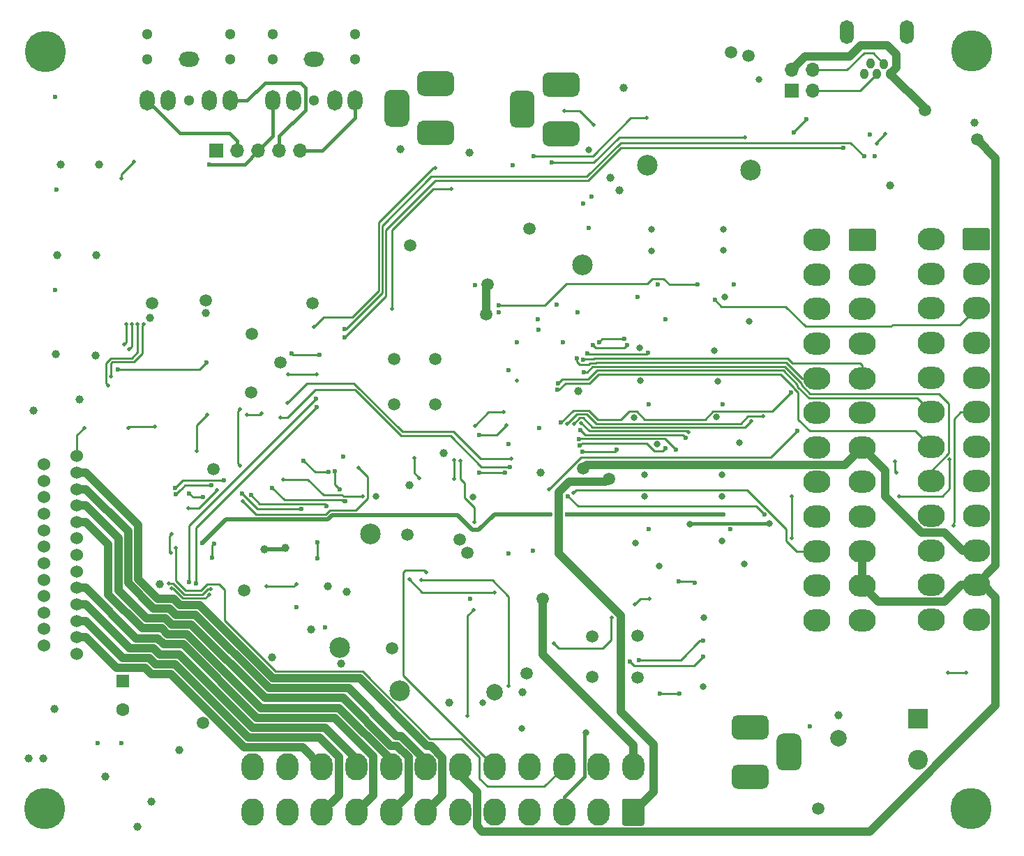
<source format=gbr>
G04 #@! TF.GenerationSoftware,KiCad,Pcbnew,5.1.7-a382d34a8~88~ubuntu20.04.1*
G04 #@! TF.CreationDate,2020-12-13T14:38:39-06:00*
G04 #@! TF.ProjectId,open-dash-daughterboard,6f70656e-2d64-4617-9368-2d6461756768,rev?*
G04 #@! TF.SameCoordinates,Original*
G04 #@! TF.FileFunction,Copper,L4,Bot*
G04 #@! TF.FilePolarity,Positive*
%FSLAX46Y46*%
G04 Gerber Fmt 4.6, Leading zero omitted, Abs format (unit mm)*
G04 Created by KiCad (PCBNEW 5.1.7-a382d34a8~88~ubuntu20.04.1) date 2020-12-13 14:38:39*
%MOMM*%
%LPD*%
G01*
G04 APERTURE LIST*
G04 #@! TA.AperFunction,ComponentPad*
%ADD10O,1.700000X1.700000*%
G04 #@! TD*
G04 #@! TA.AperFunction,ComponentPad*
%ADD11R,1.700000X1.700000*%
G04 #@! TD*
G04 #@! TA.AperFunction,ComponentPad*
%ADD12R,2.400000X2.400000*%
G04 #@! TD*
G04 #@! TA.AperFunction,ComponentPad*
%ADD13C,2.400000*%
G04 #@! TD*
G04 #@! TA.AperFunction,ComponentPad*
%ADD14R,1.600000X1.600000*%
G04 #@! TD*
G04 #@! TA.AperFunction,ComponentPad*
%ADD15C,1.600000*%
G04 #@! TD*
G04 #@! TA.AperFunction,ComponentPad*
%ADD16O,3.300000X2.700000*%
G04 #@! TD*
G04 #@! TA.AperFunction,ComponentPad*
%ADD17C,1.300000*%
G04 #@! TD*
G04 #@! TA.AperFunction,ComponentPad*
%ADD18O,2.500000X1.800000*%
G04 #@! TD*
G04 #@! TA.AperFunction,ComponentPad*
%ADD19O,1.800000X2.500000*%
G04 #@! TD*
G04 #@! TA.AperFunction,ComponentPad*
%ADD20O,1.700000X2.900000*%
G04 #@! TD*
G04 #@! TA.AperFunction,ComponentPad*
%ADD21O,1.000000X1.300000*%
G04 #@! TD*
G04 #@! TA.AperFunction,ComponentPad*
%ADD22C,1.524000*%
G04 #@! TD*
G04 #@! TA.AperFunction,ComponentPad*
%ADD23O,2.700000X3.300000*%
G04 #@! TD*
G04 #@! TA.AperFunction,WasherPad*
%ADD24C,5.000000*%
G04 #@! TD*
G04 #@! TA.AperFunction,ViaPad*
%ADD25C,0.600000*%
G04 #@! TD*
G04 #@! TA.AperFunction,ViaPad*
%ADD26C,1.000000*%
G04 #@! TD*
G04 #@! TA.AperFunction,ViaPad*
%ADD27C,2.000000*%
G04 #@! TD*
G04 #@! TA.AperFunction,ViaPad*
%ADD28C,1.500000*%
G04 #@! TD*
G04 #@! TA.AperFunction,ViaPad*
%ADD29C,0.800000*%
G04 #@! TD*
G04 #@! TA.AperFunction,ViaPad*
%ADD30C,2.500000*%
G04 #@! TD*
G04 #@! TA.AperFunction,ViaPad*
%ADD31C,0.500000*%
G04 #@! TD*
G04 #@! TA.AperFunction,Conductor*
%ADD32C,0.500000*%
G04 #@! TD*
G04 #@! TA.AperFunction,Conductor*
%ADD33C,1.000000*%
G04 #@! TD*
G04 #@! TA.AperFunction,Conductor*
%ADD34C,0.250000*%
G04 #@! TD*
G04 #@! TA.AperFunction,Conductor*
%ADD35C,0.400000*%
G04 #@! TD*
G04 APERTURE END LIST*
D10*
X185240000Y-51060000D03*
X185240000Y-53600000D03*
X182700000Y-51060000D03*
D11*
X182700000Y-53600000D03*
D12*
X198100000Y-129850000D03*
D13*
X198100000Y-134850000D03*
D14*
X101550000Y-125250000D03*
D15*
X101550000Y-128750000D03*
G04 #@! TA.AperFunction,ComponentPad*
G36*
G01*
X203748401Y-70260600D02*
X206548399Y-70260600D01*
G75*
G02*
X206798400Y-70510601I0J-250001D01*
G01*
X206798400Y-72710599D01*
G75*
G02*
X206548399Y-72960600I-250001J0D01*
G01*
X203748401Y-72960600D01*
G75*
G02*
X203498400Y-72710599I0J250001D01*
G01*
X203498400Y-70510601D01*
G75*
G02*
X203748401Y-70260600I250001J0D01*
G01*
G37*
G04 #@! TD.AperFunction*
D16*
X205148400Y-75810600D03*
X205148400Y-80010600D03*
X205148400Y-84210600D03*
X205148400Y-88410600D03*
X205148400Y-92610600D03*
X205148400Y-96810600D03*
X205148400Y-101010600D03*
X205148400Y-105210600D03*
X205148400Y-109410600D03*
X205148400Y-113610600D03*
X205148400Y-117810600D03*
X199648400Y-71610600D03*
X199648400Y-75810600D03*
X199648400Y-80010600D03*
X199648400Y-84210600D03*
X199648400Y-88410600D03*
X199648400Y-92610600D03*
X199648400Y-96810600D03*
X199648400Y-101010600D03*
X199648400Y-105210600D03*
X199648400Y-109410600D03*
X199648400Y-113610600D03*
X199648400Y-117810600D03*
G04 #@! TA.AperFunction,ComponentPad*
G36*
G01*
X183150000Y-136150000D02*
X181650000Y-136150000D01*
G75*
G02*
X180900000Y-135400000I0J750000D01*
G01*
X180900000Y-132400000D01*
G75*
G02*
X181650000Y-131650000I750000J0D01*
G01*
X183150000Y-131650000D01*
G75*
G02*
X183900000Y-132400000I0J-750000D01*
G01*
X183900000Y-135400000D01*
G75*
G02*
X183150000Y-136150000I-750000J0D01*
G01*
G37*
G04 #@! TD.AperFunction*
G04 #@! TA.AperFunction,ComponentPad*
G36*
G01*
X179200000Y-138400000D02*
X176200000Y-138400000D01*
G75*
G02*
X175450000Y-137650000I0J750000D01*
G01*
X175450000Y-136150000D01*
G75*
G02*
X176200000Y-135400000I750000J0D01*
G01*
X179200000Y-135400000D01*
G75*
G02*
X179950000Y-136150000I0J-750000D01*
G01*
X179950000Y-137650000D01*
G75*
G02*
X179200000Y-138400000I-750000J0D01*
G01*
G37*
G04 #@! TD.AperFunction*
G04 #@! TA.AperFunction,ComponentPad*
G36*
G01*
X179200000Y-132400000D02*
X176200000Y-132400000D01*
G75*
G02*
X175450000Y-131650000I0J750000D01*
G01*
X175450000Y-130150000D01*
G75*
G02*
X176200000Y-129400000I750000J0D01*
G01*
X179200000Y-129400000D01*
G75*
G02*
X179950000Y-130150000I0J-750000D01*
G01*
X179950000Y-131650000D01*
G75*
G02*
X179200000Y-132400000I-750000J0D01*
G01*
G37*
G04 #@! TD.AperFunction*
G04 #@! TA.AperFunction,ComponentPad*
G36*
G01*
X138000000Y-57200000D02*
X141000000Y-57200000D01*
G75*
G02*
X141750000Y-57950000I0J-750000D01*
G01*
X141750000Y-59450000D01*
G75*
G02*
X141000000Y-60200000I-750000J0D01*
G01*
X138000000Y-60200000D01*
G75*
G02*
X137250000Y-59450000I0J750000D01*
G01*
X137250000Y-57950000D01*
G75*
G02*
X138000000Y-57200000I750000J0D01*
G01*
G37*
G04 #@! TD.AperFunction*
G04 #@! TA.AperFunction,ComponentPad*
G36*
G01*
X138000000Y-51200000D02*
X141000000Y-51200000D01*
G75*
G02*
X141750000Y-51950000I0J-750000D01*
G01*
X141750000Y-53450000D01*
G75*
G02*
X141000000Y-54200000I-750000J0D01*
G01*
X138000000Y-54200000D01*
G75*
G02*
X137250000Y-53450000I0J750000D01*
G01*
X137250000Y-51950000D01*
G75*
G02*
X138000000Y-51200000I750000J0D01*
G01*
G37*
G04 #@! TD.AperFunction*
G04 #@! TA.AperFunction,ComponentPad*
G36*
G01*
X134050000Y-53450000D02*
X135550000Y-53450000D01*
G75*
G02*
X136300000Y-54200000I0J-750000D01*
G01*
X136300000Y-57200000D01*
G75*
G02*
X135550000Y-57950000I-750000J0D01*
G01*
X134050000Y-57950000D01*
G75*
G02*
X133300000Y-57200000I0J750000D01*
G01*
X133300000Y-54200000D01*
G75*
G02*
X134050000Y-53450000I750000J0D01*
G01*
G37*
G04 #@! TD.AperFunction*
G04 #@! TA.AperFunction,ComponentPad*
G36*
G01*
X149276000Y-53578000D02*
X150776000Y-53578000D01*
G75*
G02*
X151526000Y-54328000I0J-750000D01*
G01*
X151526000Y-57328000D01*
G75*
G02*
X150776000Y-58078000I-750000J0D01*
G01*
X149276000Y-58078000D01*
G75*
G02*
X148526000Y-57328000I0J750000D01*
G01*
X148526000Y-54328000D01*
G75*
G02*
X149276000Y-53578000I750000J0D01*
G01*
G37*
G04 #@! TD.AperFunction*
G04 #@! TA.AperFunction,ComponentPad*
G36*
G01*
X153226000Y-51328000D02*
X156226000Y-51328000D01*
G75*
G02*
X156976000Y-52078000I0J-750000D01*
G01*
X156976000Y-53578000D01*
G75*
G02*
X156226000Y-54328000I-750000J0D01*
G01*
X153226000Y-54328000D01*
G75*
G02*
X152476000Y-53578000I0J750000D01*
G01*
X152476000Y-52078000D01*
G75*
G02*
X153226000Y-51328000I750000J0D01*
G01*
G37*
G04 #@! TD.AperFunction*
G04 #@! TA.AperFunction,ComponentPad*
G36*
G01*
X153226000Y-57328000D02*
X156226000Y-57328000D01*
G75*
G02*
X156976000Y-58078000I0J-750000D01*
G01*
X156976000Y-59578000D01*
G75*
G02*
X156226000Y-60328000I-750000J0D01*
G01*
X153226000Y-60328000D01*
G75*
G02*
X152476000Y-59578000I0J750000D01*
G01*
X152476000Y-58078000D01*
G75*
G02*
X153226000Y-57328000I750000J0D01*
G01*
G37*
G04 #@! TD.AperFunction*
D17*
X114553800Y-46740100D03*
X104546200Y-46740100D03*
X104546200Y-49750000D03*
X114553800Y-49750000D03*
D18*
X109550000Y-49750000D03*
D17*
X109550000Y-54753800D03*
D19*
X114553800Y-54753800D03*
X104546200Y-54753800D03*
X107048100Y-54753800D03*
X112051900Y-54753800D03*
D11*
X112920000Y-60850000D03*
D10*
X115460000Y-60850000D03*
X118000000Y-60850000D03*
X120540000Y-60850000D03*
X123080000Y-60850000D03*
D19*
X127251900Y-54753800D03*
X122248100Y-54753800D03*
X119746200Y-54753800D03*
X129753800Y-54753800D03*
D17*
X124750000Y-54753800D03*
D18*
X124750000Y-49750000D03*
D17*
X129753800Y-49750000D03*
X119746200Y-49750000D03*
X119746200Y-46740100D03*
X129753800Y-46740100D03*
D20*
X196732400Y-46445400D03*
X189442600Y-46445400D03*
D21*
X193100200Y-51500000D03*
X192287400Y-50280800D03*
X193913000Y-50306200D03*
X194700400Y-51500000D03*
X191500000Y-51500000D03*
D22*
X91979500Y-114955600D03*
X91979500Y-112961700D03*
X91979500Y-104960700D03*
X91979500Y-118956100D03*
X91979500Y-108961200D03*
X91979500Y-116962200D03*
X91979500Y-106954600D03*
X91979500Y-110955100D03*
X91979500Y-98953600D03*
X91979500Y-120962700D03*
X91979500Y-100960200D03*
X91979500Y-102954100D03*
X95980000Y-103957400D03*
X95980000Y-101963500D03*
X95980000Y-97963000D03*
X95980000Y-99956900D03*
X95980000Y-105964000D03*
X95980000Y-111958400D03*
X95980000Y-109964500D03*
X95980000Y-107957900D03*
X95980000Y-113965000D03*
X95980000Y-115958900D03*
X95980000Y-117965500D03*
X95980000Y-119959400D03*
X95980000Y-121966000D03*
G04 #@! TA.AperFunction,ComponentPad*
G36*
G01*
X164850000Y-139800001D02*
X164850000Y-142599999D01*
G75*
G02*
X164599999Y-142850000I-250001J0D01*
G01*
X162400001Y-142850000D01*
G75*
G02*
X162150000Y-142599999I0J250001D01*
G01*
X162150000Y-139800001D01*
G75*
G02*
X162400001Y-139550000I250001J0D01*
G01*
X164599999Y-139550000D01*
G75*
G02*
X164850000Y-139800001I0J-250001D01*
G01*
G37*
G04 #@! TD.AperFunction*
D23*
X159300000Y-141200000D03*
X155100000Y-141200000D03*
X150900000Y-141200000D03*
X146700000Y-141200000D03*
X142500000Y-141200000D03*
X138300000Y-141200000D03*
X134100000Y-141200000D03*
X129900000Y-141200000D03*
X125700000Y-141200000D03*
X121500000Y-141200000D03*
X117300000Y-141200000D03*
X163500000Y-135700000D03*
X159300000Y-135700000D03*
X155100000Y-135700000D03*
X150900000Y-135700000D03*
X146700000Y-135700000D03*
X142500000Y-135700000D03*
X138300000Y-135700000D03*
X134100000Y-135700000D03*
X129900000Y-135700000D03*
X125700000Y-135700000D03*
X121500000Y-135700000D03*
X117300000Y-135700000D03*
G04 #@! TA.AperFunction,ComponentPad*
G36*
G01*
X189900001Y-70350000D02*
X192699999Y-70350000D01*
G75*
G02*
X192950000Y-70600001I0J-250001D01*
G01*
X192950000Y-72799999D01*
G75*
G02*
X192699999Y-73050000I-250001J0D01*
G01*
X189900001Y-73050000D01*
G75*
G02*
X189650000Y-72799999I0J250001D01*
G01*
X189650000Y-70600001D01*
G75*
G02*
X189900001Y-70350000I250001J0D01*
G01*
G37*
G04 #@! TD.AperFunction*
D16*
X191300000Y-75900000D03*
X191300000Y-80100000D03*
X191300000Y-84300000D03*
X191300000Y-88500000D03*
X191300000Y-92700000D03*
X191300000Y-96900000D03*
X191300000Y-101100000D03*
X191300000Y-105300000D03*
X191300000Y-109500000D03*
X191300000Y-113700000D03*
X191300000Y-117900000D03*
X185800000Y-71700000D03*
X185800000Y-75900000D03*
X185800000Y-80100000D03*
X185800000Y-84300000D03*
X185800000Y-88500000D03*
X185800000Y-92700000D03*
X185800000Y-96900000D03*
X185800000Y-101100000D03*
X185800000Y-105300000D03*
X185800000Y-109500000D03*
X185800000Y-113700000D03*
X185800000Y-117900000D03*
D24*
X92100500Y-140799500D03*
X204487900Y-140786800D03*
X204538700Y-48775300D03*
X92113200Y-48788000D03*
D25*
X165400000Y-106850000D03*
X165350000Y-91650000D03*
X174350000Y-91650000D03*
X175750000Y-77100000D03*
X166500000Y-77100000D03*
D26*
X150050000Y-126650000D03*
D27*
X146650000Y-126600000D03*
X188450000Y-132250000D03*
D25*
X184950000Y-130800000D03*
D26*
X161800000Y-65700000D03*
X91900000Y-134700000D03*
X141200010Y-127900000D03*
X160751062Y-64158608D03*
D25*
X126100000Y-118725000D03*
X175250000Y-106800010D03*
D28*
X177500000Y-49300000D03*
D26*
X128000000Y-123174990D03*
D28*
X185950000Y-140800000D03*
X158500000Y-124800000D03*
X158550000Y-119850000D03*
X164050000Y-119800000D03*
X164050000Y-124850000D03*
X120700000Y-86550000D03*
X117200000Y-83100000D03*
X117150000Y-90200000D03*
X111650000Y-79050000D03*
X134450000Y-86200000D03*
X139500000Y-86200000D03*
X139500000Y-91700000D03*
X134500000Y-91700000D03*
D29*
X165750000Y-70400000D03*
X165750000Y-73000000D03*
X174450000Y-70400000D03*
X174450000Y-72950000D03*
X173300000Y-85150000D03*
X174250000Y-102800000D03*
X174250000Y-100200000D03*
X164850000Y-100200000D03*
X164850000Y-102800000D03*
X172100000Y-117600000D03*
X171950000Y-125950000D03*
X145250000Y-127900000D03*
X149950000Y-131000000D03*
X166650000Y-111300000D03*
X176950000Y-111050000D03*
X132250000Y-102800000D03*
X144050000Y-102900000D03*
X176400000Y-96300000D03*
D26*
X194700000Y-65100000D03*
X204900000Y-57500000D03*
D30*
X177750000Y-63200000D03*
D28*
X175350000Y-48900000D03*
D26*
X162300000Y-53250000D03*
X188450000Y-129450000D03*
X124400000Y-119000000D03*
X128700000Y-114450000D03*
D28*
X142400000Y-108100000D03*
D26*
X93400000Y-85600000D03*
X98200000Y-85750000D03*
X98350000Y-73550000D03*
X93600000Y-73550000D03*
X94000000Y-62550000D03*
X98700000Y-62500000D03*
X90150000Y-134700000D03*
X93250000Y-128700000D03*
X108400000Y-133700000D03*
X105000000Y-139950000D03*
X103300000Y-143000000D03*
X90700000Y-92400000D03*
X135200000Y-60700000D03*
X143650000Y-61100000D03*
D25*
X192200000Y-58900000D03*
X192850000Y-61550000D03*
X157450000Y-67250000D03*
D29*
X174644094Y-78664411D03*
D25*
X167400000Y-81350000D03*
X164000000Y-78600000D03*
D29*
X163789226Y-108479544D03*
X174265623Y-108275020D03*
D28*
X134215999Y-121332999D03*
X150925600Y-70285400D03*
D29*
X178750000Y-52200000D03*
D28*
X112575010Y-99574218D03*
D25*
X144300000Y-77200000D03*
X151900000Y-81300000D03*
X152000000Y-82600000D03*
D31*
X149336104Y-88792498D03*
D26*
X119700000Y-122400000D03*
D25*
X98500000Y-132800000D03*
D26*
X99450000Y-136900000D03*
D25*
X101410154Y-132810154D03*
D26*
X126400000Y-113725000D03*
D25*
X143675000Y-115325000D03*
D29*
X177551654Y-81574990D03*
D25*
X128300000Y-98000000D03*
D26*
X106000000Y-113474990D03*
D29*
X163605014Y-93242271D03*
X166354545Y-96525054D03*
D28*
X136400000Y-72350000D03*
D25*
X148400032Y-109800000D03*
D29*
X173612212Y-93225010D03*
X164300000Y-84824935D03*
X164359701Y-88825010D03*
X173775460Y-88900780D03*
D30*
X157350000Y-74724990D03*
D28*
X105092573Y-79405426D03*
D26*
X96300000Y-91100000D03*
D28*
X124550000Y-79375010D03*
X150524990Y-124346361D03*
X111283918Y-130380778D03*
D30*
X127896147Y-121227745D03*
X135189123Y-126447912D03*
D28*
X143324990Y-109701760D03*
D30*
X165171793Y-62645874D03*
D26*
X118715000Y-109275000D03*
X121275000Y-109100000D03*
D28*
X205250000Y-59525000D03*
D25*
X93300000Y-77750000D03*
X148850000Y-62650000D03*
X158100000Y-70250000D03*
X155000000Y-84100000D03*
X149350000Y-84150000D03*
X147150000Y-80450000D03*
X148350000Y-87550000D03*
D26*
X156850000Y-90050000D03*
D25*
X156750000Y-80450000D03*
D26*
X111600000Y-80600000D03*
X136350000Y-101450000D03*
D25*
X93300000Y-54350000D03*
X93500000Y-65550000D03*
D28*
X116250000Y-114250000D03*
D25*
X158400000Y-66430000D03*
D28*
X136100000Y-107500000D03*
D25*
X122600000Y-116300000D03*
X154224980Y-79544520D03*
D28*
X152475010Y-115250000D03*
D25*
X151337847Y-109421745D03*
X148400000Y-96500000D03*
X152100000Y-94500000D03*
D26*
X140465399Y-97574990D03*
X104842573Y-81144952D03*
D30*
X131613701Y-107386299D03*
D26*
X152235273Y-99973624D03*
D28*
X157401144Y-99472271D03*
D29*
X158078012Y-60767113D03*
D28*
X160530195Y-100690090D03*
X145655214Y-80744276D03*
X145800000Y-77124990D03*
D31*
X102300000Y-85000000D03*
X102654983Y-81913436D03*
X103354876Y-81926333D03*
X99800000Y-89400000D03*
X101700000Y-84400000D03*
X101955036Y-81922949D03*
X104066002Y-81964232D03*
X100100000Y-88300000D03*
X193050000Y-60000000D03*
X194050000Y-58800000D03*
D29*
X157800000Y-131500000D03*
D28*
X198900000Y-55900000D03*
D31*
X156306594Y-94006594D03*
X177800000Y-93675010D03*
D25*
X154700000Y-93900000D03*
X182626456Y-90210354D03*
D31*
X155500000Y-94000000D03*
X179300000Y-93100000D03*
D25*
X154400000Y-89100000D03*
X154300000Y-89900000D03*
X157466158Y-87755907D03*
D31*
X195224990Y-98575010D03*
X195400000Y-100000000D03*
X157206594Y-93919782D03*
X170173731Y-95025021D03*
D29*
X170400000Y-106200000D03*
X180000000Y-106100000D03*
D25*
X125200000Y-110400000D03*
X125200000Y-108400000D03*
X127300000Y-99800000D03*
D31*
X119000000Y-113800000D03*
X122600000Y-113500000D03*
X177100000Y-59200000D03*
X102900000Y-62200000D03*
X101400000Y-64200000D03*
D25*
X127866452Y-101971432D03*
D31*
X107475201Y-114024799D03*
X112010489Y-114756018D03*
D25*
X153600000Y-62300000D03*
D31*
X201700000Y-124300000D03*
X203945185Y-124218405D03*
X202348380Y-106387733D03*
D25*
X147200000Y-79600000D03*
X171300000Y-77100000D03*
X173400000Y-79000000D03*
D31*
X142500000Y-98500000D03*
X144200000Y-106000000D03*
X144100000Y-116600000D03*
X143400000Y-129500000D03*
D25*
X166700000Y-126800000D03*
X169100000Y-126800000D03*
D31*
X195800000Y-102800000D03*
X182700000Y-102800000D03*
X182700000Y-107900000D03*
X165500000Y-115300000D03*
X163700000Y-116000000D03*
X153900000Y-120700000D03*
X201856594Y-98356594D03*
X160900000Y-117600000D03*
D25*
X119700000Y-101800000D03*
X144800000Y-100000000D03*
X147900000Y-100000000D03*
X183400000Y-94900000D03*
X128567987Y-103425010D03*
D31*
X153300000Y-102000000D03*
D25*
X108000000Y-102600000D03*
X112300000Y-101500000D03*
X116000000Y-102500000D03*
X123200000Y-104400000D03*
X107900000Y-101800000D03*
X117100000Y-102700000D03*
X126300000Y-104000000D03*
X113800000Y-100874990D03*
D31*
X120700000Y-93300000D03*
D25*
X148500000Y-99300000D03*
X179400000Y-105000000D03*
X155600010Y-102820860D03*
D31*
X116600000Y-92900000D03*
X118400000Y-92800000D03*
X121500000Y-91500000D03*
X148700000Y-98300000D03*
X156233713Y-102419690D03*
D25*
X125425032Y-85625803D03*
X122024979Y-85500000D03*
X128500000Y-83500000D03*
X189000000Y-60500000D03*
X128500000Y-82500000D03*
X191500000Y-61500000D03*
X157449959Y-86232148D03*
X156662406Y-86091508D03*
D31*
X108000000Y-109100011D03*
X107120780Y-113388969D03*
X158700000Y-57700000D03*
X155100000Y-56000000D03*
X112172492Y-114075010D03*
D25*
X112000000Y-62500000D03*
X184500000Y-57000000D03*
X182976279Y-58618711D03*
D31*
X115800000Y-99100000D03*
X121000000Y-100800000D03*
X130700000Y-102800000D03*
X136300000Y-112900000D03*
X146700000Y-114500000D03*
X115786945Y-92273890D03*
X165100000Y-56900000D03*
X139500000Y-63000000D03*
X124700000Y-82300000D03*
D25*
X151407877Y-61492123D03*
D31*
X134200000Y-80100000D03*
X141400000Y-65500000D03*
X107500000Y-107400000D03*
X110500000Y-97300000D03*
X125100000Y-88000000D03*
X121624968Y-88000000D03*
X111820050Y-92924990D03*
X107424990Y-109687008D03*
D25*
X111700000Y-86600000D03*
X100925010Y-87423327D03*
D31*
X96900000Y-94500000D03*
D25*
X162375443Y-83737806D03*
X159344729Y-84104231D03*
X158632657Y-84468885D03*
X162750285Y-84444567D03*
X165261943Y-85413583D03*
X157961984Y-85500439D03*
X157367787Y-97399080D03*
X161493432Y-97187913D03*
X168700000Y-97200000D03*
X156891949Y-95891949D03*
X157100000Y-94800000D03*
X169855011Y-95703943D03*
X167400000Y-97000000D03*
X156995304Y-96691073D03*
X169000000Y-113200000D03*
X171000000Y-113300000D03*
X125100000Y-92000000D03*
X110423050Y-113439928D03*
X164200000Y-122700000D03*
X172000000Y-120400000D03*
X172000000Y-122300000D03*
X163100000Y-122900000D03*
X125000000Y-91000000D03*
X109591889Y-113274990D03*
D31*
X141800000Y-100700000D03*
X138400000Y-112100000D03*
X141800000Y-98400000D03*
X136900000Y-98200000D03*
X137500000Y-100600000D03*
X137800000Y-113000000D03*
X148400000Y-125900000D03*
D25*
X112400000Y-110300000D03*
X112600000Y-108600000D03*
X111308051Y-102908051D03*
X109608029Y-102458051D03*
D31*
X105415000Y-94385000D03*
X102185600Y-94529804D03*
D25*
X123500000Y-98500000D03*
X126500000Y-99874968D03*
X144801841Y-95381533D03*
D31*
X148101886Y-94223573D03*
X147800000Y-92600000D03*
X130200000Y-99400000D03*
X113000000Y-102100000D03*
X109500000Y-104300000D03*
X116143406Y-103456594D03*
X144274001Y-94265938D03*
D25*
X111200000Y-108500000D03*
X174400000Y-105000000D03*
X155500000Y-105000000D03*
X153400000Y-105000000D03*
D32*
X121100000Y-109275000D02*
X121275000Y-109100000D01*
X118715000Y-109275000D02*
X121100000Y-109275000D01*
D33*
X142500000Y-135700000D02*
X142500000Y-136700000D01*
X144550010Y-138750010D02*
X144550010Y-142925010D01*
X142500000Y-136700000D02*
X144550010Y-138750010D01*
X192211992Y-143550010D02*
X207498410Y-128263592D01*
X145175010Y-143550010D02*
X192211992Y-143550010D01*
X207498410Y-128263592D02*
X207498410Y-115073410D01*
X144550010Y-142925010D02*
X145175010Y-143550010D01*
X206035600Y-113610600D02*
X205148400Y-113610600D01*
X207498410Y-115073410D02*
X206035600Y-113610600D01*
X207498410Y-111260590D02*
X205148400Y-113610600D01*
X207498410Y-61773410D02*
X207498410Y-111260590D01*
X205250000Y-59525000D02*
X207498410Y-61773410D01*
X191300000Y-113700000D02*
X191300000Y-109500000D01*
X205148400Y-113610600D02*
X203346654Y-113610600D01*
X203346654Y-113610600D02*
X201296644Y-115660610D01*
X201296644Y-115660610D02*
X193260610Y-115660610D01*
X193260610Y-115660610D02*
X191300000Y-113700000D01*
X205148400Y-109410600D02*
X203460600Y-109410600D01*
X198499259Y-107260610D02*
X194100000Y-102861351D01*
X201310610Y-107260610D02*
X198499259Y-107260610D01*
X203460600Y-109410600D02*
X201310610Y-107260610D01*
X194100000Y-99700000D02*
X191300000Y-96900000D01*
X194100000Y-102861351D02*
X194100000Y-99700000D01*
X163500000Y-135700000D02*
X163500000Y-133050000D01*
X163500000Y-133050000D02*
X152475010Y-122025010D01*
X152475010Y-122025010D02*
X152475010Y-115250000D01*
X191300000Y-96900000D02*
X189179604Y-99020396D01*
X157853019Y-99020396D02*
X157401144Y-99472271D01*
X189179604Y-99020396D02*
X157853019Y-99020396D01*
X160120285Y-101100000D02*
X160530195Y-100690090D01*
X162000000Y-117300000D02*
X154499998Y-109799998D01*
X162000000Y-129000000D02*
X162000000Y-117300000D01*
X165999999Y-132999999D02*
X162000000Y-129000000D01*
X155700000Y-101100000D02*
X160120285Y-101100000D01*
X165999999Y-138700001D02*
X165999999Y-132999999D01*
X163500000Y-141200000D02*
X165999999Y-138700001D01*
X154499998Y-102300002D02*
X155700000Y-101100000D01*
X154499998Y-109799998D02*
X154499998Y-102300002D01*
X145655214Y-77269776D02*
X145800000Y-77124990D01*
X145655214Y-80744276D02*
X145655214Y-77269776D01*
D34*
X102654983Y-84645017D02*
X102654983Y-81913436D01*
X102300000Y-85000000D02*
X102654983Y-84645017D01*
X99524990Y-86638599D02*
X99524990Y-88195184D01*
X100113600Y-86049989D02*
X99524990Y-86638599D01*
X102650011Y-86049989D02*
X100113600Y-86049989D01*
X103354876Y-85345124D02*
X102650011Y-86049989D01*
X103354876Y-81926333D02*
X103354876Y-85345124D01*
X99524990Y-89124990D02*
X99800000Y-89400000D01*
X99524990Y-88195184D02*
X99524990Y-89124990D01*
X101955036Y-84144964D02*
X101955036Y-81922949D01*
X101700000Y-84400000D02*
X101955036Y-84144964D01*
X103929944Y-82100290D02*
X104066002Y-81964232D01*
X103929944Y-85470056D02*
X103929944Y-82100290D01*
X102900000Y-86500000D02*
X103929944Y-85470056D01*
X100300000Y-86500000D02*
X102900000Y-86500000D01*
X100100000Y-86700000D02*
X100300000Y-86500000D01*
X100100000Y-88300000D02*
X100100000Y-86700000D01*
X185240000Y-51060000D02*
X189440000Y-51060000D01*
X189440000Y-51060000D02*
X191500000Y-49000000D01*
X192606800Y-49000000D02*
X193913000Y-50306200D01*
X191500000Y-49000000D02*
X192606800Y-49000000D01*
X191000200Y-53600000D02*
X193100200Y-51500000D01*
X185240000Y-53600000D02*
X191000200Y-53600000D01*
X193050000Y-59800000D02*
X194050000Y-58800000D01*
X193050000Y-60000000D02*
X193050000Y-59800000D01*
D35*
X155100000Y-141200000D02*
X155100000Y-139300000D01*
X157549990Y-131750010D02*
X157800000Y-131500000D01*
X157549990Y-136850010D02*
X157549990Y-131750010D01*
X155100000Y-139300000D02*
X157549990Y-136850010D01*
D33*
X198900000Y-55699600D02*
X194700400Y-51500000D01*
X198900000Y-55900000D02*
X198900000Y-55699600D01*
D34*
X157013166Y-93300022D02*
X157400022Y-93300022D01*
X177024999Y-94450011D02*
X177800000Y-93675010D01*
X158550011Y-94450011D02*
X177024999Y-94450011D01*
X157400022Y-93300022D02*
X158550011Y-94450011D01*
X156306594Y-94006594D02*
X157013166Y-93300022D01*
X154700000Y-93900000D02*
X156200000Y-92400000D01*
X172200000Y-93500000D02*
X173200000Y-92500000D01*
X156200000Y-92400000D02*
X158100000Y-92400000D01*
X162000000Y-93500000D02*
X163000000Y-92500000D01*
X158100000Y-92400000D02*
X159200000Y-93500000D01*
X159200000Y-93500000D02*
X162000000Y-93500000D01*
X164900000Y-93500000D02*
X172200000Y-93500000D01*
X163000000Y-92500000D02*
X163900000Y-92500000D01*
X163900000Y-92500000D02*
X164900000Y-93500000D01*
X173200000Y-92500000D02*
X180336810Y-92500000D01*
X180336810Y-92500000D02*
X182626456Y-90210354D01*
X177436410Y-93100000D02*
X179300000Y-93100000D01*
X176536410Y-94000000D02*
X177436410Y-93100000D01*
X159000000Y-94000000D02*
X176536410Y-94000000D01*
X157850011Y-92850011D02*
X159000000Y-94000000D01*
X155500000Y-94000000D02*
X156649989Y-92850011D01*
X156649989Y-92850011D02*
X157850011Y-92850011D01*
X197937800Y-90900000D02*
X199648400Y-92610600D01*
X184836411Y-90900000D02*
X197937800Y-90900000D01*
X183450009Y-89513598D02*
X184836411Y-90900000D01*
X181686400Y-87549989D02*
X183450009Y-89313599D01*
X159113600Y-87549989D02*
X181686400Y-87549989D01*
X183450009Y-89313599D02*
X183450009Y-89513598D01*
X158013600Y-88649989D02*
X159113600Y-87549989D01*
X154850011Y-88649989D02*
X158013600Y-88649989D01*
X154400000Y-89100000D02*
X154850011Y-88649989D01*
X184900000Y-94900000D02*
X197737800Y-94900000D01*
X183500000Y-93500000D02*
X184900000Y-94900000D01*
X183000000Y-89699999D02*
X183500000Y-90199999D01*
X181400000Y-88000000D02*
X182999999Y-89599999D01*
X159300000Y-88000000D02*
X181400000Y-88000000D01*
X183500000Y-90199999D02*
X183500000Y-93500000D01*
X158200000Y-89100000D02*
X159300000Y-88000000D01*
X182999999Y-89599999D02*
X183000000Y-89699999D01*
X155300000Y-89100000D02*
X158200000Y-89100000D01*
X197737800Y-94900000D02*
X199648400Y-96810600D01*
X154500000Y-89900000D02*
X155300000Y-89100000D01*
X154300000Y-89900000D02*
X154500000Y-89900000D01*
X199648400Y-99751600D02*
X199648400Y-101010600D01*
X201800000Y-97600000D02*
X199648400Y-99751600D01*
X201800000Y-91600000D02*
X201800000Y-97600000D01*
X200600000Y-90400000D02*
X201800000Y-91600000D01*
X181872800Y-87099978D02*
X183900020Y-89127199D01*
X158546351Y-87099978D02*
X181872800Y-87099978D01*
X183900020Y-89327198D02*
X184972822Y-90400000D01*
X183900020Y-89127199D02*
X183900020Y-89327198D01*
X157890422Y-87755907D02*
X158546351Y-87099978D01*
X184972822Y-90400000D02*
X200600000Y-90400000D01*
X157466158Y-87755907D02*
X157890422Y-87755907D01*
X195224990Y-99824990D02*
X195400000Y-100000000D01*
X195224990Y-98575010D02*
X195224990Y-99824990D01*
X170048732Y-94900022D02*
X170173731Y-95025021D01*
X157206594Y-93919782D02*
X158186834Y-94900022D01*
X158186834Y-94900022D02*
X170048732Y-94900022D01*
D35*
X170400000Y-106200000D02*
X170500000Y-106100000D01*
X170500000Y-106100000D02*
X180000000Y-106100000D01*
D34*
X125200000Y-110400000D02*
X125200000Y-108400000D01*
X122300000Y-113800000D02*
X122600000Y-113500000D01*
X119000000Y-113800000D02*
X122300000Y-113800000D01*
X101400000Y-63700000D02*
X101400000Y-64200000D01*
X102900000Y-62200000D02*
X101400000Y-63700000D01*
X127300000Y-99800000D02*
X127300000Y-101404980D01*
X127300000Y-101404980D02*
X127866452Y-101971432D01*
X111566485Y-115200022D02*
X112010489Y-114756018D01*
X108827200Y-115200022D02*
X111566485Y-115200022D01*
X107651978Y-114024799D02*
X108827200Y-115200022D01*
X107475201Y-114024799D02*
X107651978Y-114024799D01*
X161800000Y-59200000D02*
X177100000Y-59200000D01*
X158700000Y-62300000D02*
X161800000Y-59200000D01*
X153600000Y-62300000D02*
X158700000Y-62300000D01*
X203863590Y-124300000D02*
X203945185Y-124218405D01*
X201700000Y-124300000D02*
X203863590Y-124300000D01*
X203248400Y-92610600D02*
X202450011Y-93408989D01*
X202450011Y-105932549D02*
X202348380Y-106034180D01*
X205148400Y-92610600D02*
X203248400Y-92610600D01*
X202450011Y-93408989D02*
X202450011Y-105932549D01*
X202348380Y-106034180D02*
X202348380Y-106387733D01*
X142500000Y-98500000D02*
X142500000Y-100600000D01*
X142500000Y-100600000D02*
X142500000Y-100700000D01*
X142500000Y-100700000D02*
X143000000Y-101200000D01*
X143000000Y-101200000D02*
X143000000Y-103000000D01*
X144200000Y-104200000D02*
X144200000Y-106000000D01*
X143000000Y-103000000D02*
X144200000Y-104200000D01*
X143400000Y-117300000D02*
X143400000Y-129500000D01*
X144100000Y-116600000D02*
X143400000Y-117300000D01*
X167200000Y-76400000D02*
X167900000Y-77100000D01*
X165800000Y-76400000D02*
X167200000Y-76400000D01*
X155400000Y-77000000D02*
X165200000Y-77000000D01*
X167900000Y-77100000D02*
X171300000Y-77100000D01*
X165200000Y-77000000D02*
X165800000Y-76400000D01*
X152800000Y-79600000D02*
X155400000Y-77000000D01*
X147200000Y-79600000D02*
X152800000Y-79600000D01*
X195000000Y-82000000D02*
X203159000Y-82000000D01*
X194800000Y-82200000D02*
X195000000Y-82000000D01*
X203159000Y-82000000D02*
X205148400Y-80010600D01*
X184400000Y-82200000D02*
X194800000Y-82200000D01*
X182000000Y-79800000D02*
X184400000Y-82200000D01*
X174200000Y-79800000D02*
X182000000Y-79800000D01*
X173400000Y-79000000D02*
X174200000Y-79800000D01*
X166700000Y-126800000D02*
X169100000Y-126800000D01*
X182700000Y-102800000D02*
X182700000Y-107900000D01*
X164400000Y-115300000D02*
X163700000Y-116000000D01*
X165500000Y-115300000D02*
X164400000Y-115300000D01*
X160800000Y-118900000D02*
X160800000Y-120300000D01*
X160800000Y-120300000D02*
X159800000Y-121300000D01*
X154500000Y-121300000D02*
X153900000Y-120700000D01*
X159800000Y-121300000D02*
X154500000Y-121300000D01*
X195800000Y-102800000D02*
X201000000Y-102800000D01*
X201000000Y-102800000D02*
X201856594Y-101943406D01*
X201856594Y-101943406D02*
X201856594Y-98356594D01*
X160800000Y-117700000D02*
X160900000Y-117600000D01*
X160800000Y-118900000D02*
X160800000Y-117700000D01*
X144800000Y-100000000D02*
X147900000Y-100000000D01*
X128288599Y-103425010D02*
X128567987Y-103425010D01*
X121142660Y-103242660D02*
X128106249Y-103242660D01*
X119700000Y-101800000D02*
X121142660Y-103242660D01*
X128106249Y-103242660D02*
X128288599Y-103425010D01*
X180232492Y-98067508D02*
X157195405Y-98067508D01*
X183400000Y-94900000D02*
X180232492Y-98067508D01*
X157195405Y-98067508D02*
X153701109Y-101561804D01*
X153701109Y-101598891D02*
X153701109Y-101561804D01*
X153300000Y-102000000D02*
X153701109Y-101598891D01*
X108000000Y-102600000D02*
X108500000Y-102100000D01*
X108500000Y-102100000D02*
X108700000Y-101900000D01*
X108700000Y-101900000D02*
X109100000Y-101500000D01*
X109100000Y-101500000D02*
X112300000Y-101500000D01*
X117900000Y-104400000D02*
X123200000Y-104400000D01*
X116000000Y-102500000D02*
X117900000Y-104400000D01*
X107900000Y-101800000D02*
X108825010Y-100874990D01*
X108825010Y-100874990D02*
X113800000Y-100874990D01*
X117100000Y-102700000D02*
X118174998Y-103774998D01*
X118174998Y-103774998D02*
X126074998Y-103774998D01*
X126074998Y-103774998D02*
X126300000Y-104000000D01*
X179400000Y-105000000D02*
X178450011Y-104050011D01*
X156829161Y-104050011D02*
X155600010Y-102820860D01*
X178450011Y-104050011D02*
X156829161Y-104050011D01*
X141300000Y-95500000D02*
X145100000Y-99300000D01*
X129700000Y-89900000D02*
X135300000Y-95500000D01*
X145100000Y-99300000D02*
X148500000Y-99300000D01*
X124900000Y-89900000D02*
X129700000Y-89900000D01*
X135300000Y-95500000D02*
X141300000Y-95500000D01*
X121500000Y-93300000D02*
X124900000Y-89900000D01*
X120700000Y-93300000D02*
X121500000Y-93300000D01*
X118300000Y-92900000D02*
X118400000Y-92800000D01*
X116600000Y-92900000D02*
X118300000Y-92900000D01*
X145000000Y-98300000D02*
X144943005Y-98243005D01*
X148700000Y-98300000D02*
X145000000Y-98300000D01*
X177351487Y-102051487D02*
X156601916Y-102051487D01*
X183300000Y-109500000D02*
X182100000Y-108300000D01*
X182100000Y-106800000D02*
X177351487Y-102051487D01*
X185800000Y-109500000D02*
X183300000Y-109500000D01*
X156601916Y-102051487D02*
X156233713Y-102419690D01*
X182100000Y-108300000D02*
X182100000Y-106800000D01*
X141700000Y-95000000D02*
X144943005Y-98243005D01*
X135500000Y-95000000D02*
X141700000Y-95000000D01*
X129600000Y-89100000D02*
X135500000Y-95000000D01*
X123900000Y-89100000D02*
X129600000Y-89100000D01*
X121500000Y-91500000D02*
X123900000Y-89100000D01*
X125425032Y-85625803D02*
X122150782Y-85625803D01*
X122150782Y-85625803D02*
X122024979Y-85500000D01*
X128500000Y-83500000D02*
X133500022Y-78499978D01*
X139500000Y-64500000D02*
X158000000Y-64500000D01*
X133500022Y-78499978D02*
X133500022Y-70499978D01*
X133500022Y-70499978D02*
X139500000Y-64500000D01*
X158000000Y-64500000D02*
X162000000Y-60500000D01*
X162000000Y-60500000D02*
X189000000Y-60500000D01*
X161988592Y-59874998D02*
X189874998Y-59874998D01*
X128500000Y-82500000D02*
X128636411Y-82500000D01*
X128636411Y-82500000D02*
X133050011Y-78086400D01*
X133050011Y-78086400D02*
X133050011Y-69949989D01*
X133050011Y-69949989D02*
X139000000Y-64000000D01*
X139000000Y-64000000D02*
X157863590Y-64000000D01*
X157863590Y-64000000D02*
X161988592Y-59874998D01*
X189874998Y-59874998D02*
X191500000Y-61500000D01*
X191300000Y-88500000D02*
X191300000Y-86900000D01*
X182795631Y-86649989D02*
X182245598Y-86099956D01*
X157497380Y-86184727D02*
X157449959Y-86232148D01*
X191049989Y-86649989D02*
X182795631Y-86649989D01*
X158700770Y-86184727D02*
X157497380Y-86184727D01*
X158785541Y-86099956D02*
X158700770Y-86184727D01*
X182245598Y-86099956D02*
X158785541Y-86099956D01*
X191300000Y-86900000D02*
X191049989Y-86649989D01*
X159030997Y-86549967D02*
X158946226Y-86634738D01*
X158946226Y-86634738D02*
X158300933Y-86634738D01*
X158300933Y-86634738D02*
X158064073Y-86871598D01*
X157018232Y-86871598D02*
X156662406Y-86515772D01*
X158064073Y-86871598D02*
X157018232Y-86871598D01*
X182059199Y-86549967D02*
X159030997Y-86549967D01*
X184009233Y-88500000D02*
X182059199Y-86549967D01*
X185800000Y-88500000D02*
X184009233Y-88500000D01*
X156662406Y-86515772D02*
X156662406Y-86091508D01*
X113900000Y-114200000D02*
X113900000Y-117900000D01*
X108000000Y-113100000D02*
X109200000Y-114300000D01*
X109200000Y-114300000D02*
X111000000Y-114300000D01*
X144800000Y-134500000D02*
X144800000Y-137100000D01*
X111000000Y-114300000D02*
X111800000Y-113500000D01*
X111800000Y-113500000D02*
X113200000Y-113500000D01*
X144800000Y-137100000D02*
X145800000Y-138100000D01*
X125375093Y-124124907D02*
X130638719Y-124124909D01*
X145800000Y-138100000D02*
X152700000Y-138100000D01*
X108000000Y-109100011D02*
X108000000Y-113100000D01*
X142600000Y-132300000D02*
X144800000Y-134500000D01*
X152700000Y-138100000D02*
X155100000Y-135700000D01*
X113900000Y-117900000D02*
X120124907Y-124124907D01*
X113200000Y-113500000D02*
X113900000Y-114200000D01*
X120124907Y-124124907D02*
X125375093Y-124124907D01*
X130638719Y-124124909D02*
X138813810Y-132300000D01*
X138813810Y-132300000D02*
X142600000Y-132300000D01*
X157000000Y-56000000D02*
X155100000Y-56000000D01*
X158700000Y-57700000D02*
X157000000Y-56000000D01*
X107652558Y-113388969D02*
X109013600Y-114750011D01*
X109013600Y-114750011D02*
X111186400Y-114750011D01*
X111186400Y-114750011D02*
X111861401Y-114075010D01*
X111861401Y-114075010D02*
X112172492Y-114075010D01*
X107120780Y-113388969D02*
X107652558Y-113388969D01*
D33*
X129900000Y-135700000D02*
X129900000Y-134788283D01*
X129900000Y-134788283D02*
X126061685Y-130949968D01*
X126061685Y-130949968D02*
X117297874Y-130949968D01*
X108372989Y-122025083D02*
X106000165Y-122025082D01*
X102373805Y-121275075D02*
X97057630Y-115958900D01*
X105250157Y-121275075D02*
X102373805Y-121275075D01*
X97057630Y-115958900D02*
X95980000Y-115958900D01*
X106000165Y-122025082D02*
X105250157Y-121275075D01*
X117297874Y-130949968D02*
X108372989Y-122025083D01*
X136249990Y-139050010D02*
X136249990Y-134544132D01*
X118789057Y-127349940D02*
X109864170Y-118425053D01*
X104425042Y-117675042D02*
X100999978Y-114249978D01*
X134830891Y-133125033D02*
X134080891Y-133125033D01*
X136249990Y-134544132D02*
X134830891Y-133125033D01*
X128305798Y-127349940D02*
X118789057Y-127349940D01*
X100999978Y-114249978D02*
X100999978Y-107899748D01*
X97057630Y-103957400D02*
X95980000Y-103957400D01*
X134100000Y-141200000D02*
X136249990Y-139050010D01*
X106741337Y-117675042D02*
X104425042Y-117675042D01*
X107491348Y-118425052D02*
X106741337Y-117675042D01*
X109864170Y-118425053D02*
X107491348Y-118425052D01*
X100999978Y-107899748D02*
X97057630Y-103957400D01*
X134080891Y-133125033D02*
X128305798Y-127349940D01*
X107378868Y-124425103D02*
X105006043Y-124425102D01*
X116303755Y-133349990D02*
X107378868Y-124425103D01*
X125700000Y-135700000D02*
X123349990Y-133349990D01*
X100773327Y-123675097D02*
X97057630Y-119959400D01*
X123349990Y-133349990D02*
X116303755Y-133349990D01*
X105006043Y-124425102D02*
X104256037Y-123675097D01*
X97057630Y-119959400D02*
X95980000Y-119959400D01*
X104256037Y-123675097D02*
X100773327Y-123675097D01*
X103400000Y-112876002D02*
X103400000Y-106299270D01*
X108485469Y-116025031D02*
X107735457Y-115275020D01*
X110858291Y-116025031D02*
X108485469Y-116025031D01*
X138300000Y-141200000D02*
X140350010Y-139149990D01*
X140350010Y-134550010D02*
X138925011Y-133125011D01*
X138472080Y-133125011D02*
X130296987Y-124949918D01*
X138925011Y-133125011D02*
X138472080Y-133125011D01*
X130296987Y-124949918D02*
X119783177Y-124949918D01*
X107735457Y-115275020D02*
X105799018Y-115275020D01*
X105799018Y-115275020D02*
X103400000Y-112876002D01*
X140350010Y-139149990D02*
X140350010Y-134550010D01*
X97057630Y-99956900D02*
X95980000Y-99956900D01*
X103400000Y-106299270D02*
X97057630Y-99956900D01*
X119783177Y-124949918D02*
X110858291Y-116025031D01*
X119286117Y-126149929D02*
X128986117Y-126149929D01*
X135327951Y-131925022D02*
X138300000Y-134897071D01*
X138300000Y-134897071D02*
X138300000Y-135700000D01*
X102199989Y-113373062D02*
X105301958Y-116475031D01*
X107238397Y-116475031D02*
X107988409Y-117225042D01*
X95980000Y-101963500D02*
X97057630Y-101963500D01*
X97057630Y-101963500D02*
X102199989Y-107105859D01*
X128986117Y-126149929D02*
X134761210Y-131925022D01*
X107988409Y-117225042D02*
X110361231Y-117225042D01*
X134761210Y-131925022D02*
X135327951Y-131925022D01*
X105301958Y-116475031D02*
X107238397Y-116475031D01*
X102199989Y-107105859D02*
X102199989Y-113373062D01*
X110361231Y-117225042D02*
X119286117Y-126149929D01*
X97057630Y-117965500D02*
X95980000Y-117965500D01*
X107875929Y-123225093D02*
X105503104Y-123225092D01*
X116800815Y-132149979D02*
X107875929Y-123225093D01*
X125385227Y-132149979D02*
X116800815Y-132149979D01*
X104753097Y-122475086D02*
X101567216Y-122475086D01*
X127750010Y-139149990D02*
X127750010Y-134514762D01*
X101567216Y-122475086D02*
X97057630Y-117965500D01*
X105503104Y-123225092D02*
X104753097Y-122475086D01*
X127750010Y-134514762D02*
X125385227Y-132149979D01*
X125700000Y-141200000D02*
X127750010Y-139149990D01*
X103925053Y-118875053D02*
X99799967Y-114749967D01*
X127808733Y-128549946D02*
X118291992Y-128549946D01*
X99799967Y-108706337D02*
X97057630Y-105964000D01*
X134100000Y-135700000D02*
X134100000Y-134841213D01*
X106244277Y-118875053D02*
X103925053Y-118875053D01*
X99799967Y-114749967D02*
X99799967Y-108706337D01*
X106994287Y-119625062D02*
X106244277Y-118875053D01*
X109367108Y-119625062D02*
X106994287Y-119625062D01*
X118291992Y-128549946D02*
X109367108Y-119625062D01*
X134100000Y-134841213D02*
X127808733Y-128549946D01*
X97057630Y-105964000D02*
X95980000Y-105964000D01*
X131950010Y-139149990D02*
X131950010Y-134400010D01*
X129900000Y-141200000D02*
X131950010Y-139149990D01*
X105747217Y-120075064D02*
X103167694Y-120075064D01*
X108870048Y-120825073D02*
X106497226Y-120825072D01*
X127299957Y-129749957D02*
X117794932Y-129749957D01*
X103167694Y-120075064D02*
X97057630Y-113965000D01*
X131950010Y-134400010D02*
X127299957Y-129749957D01*
X117794932Y-129749957D02*
X108870048Y-120825073D01*
X97057630Y-113965000D02*
X95980000Y-113965000D01*
X106497226Y-120825072D02*
X105747217Y-120075064D01*
D35*
X104546200Y-54753800D02*
X108492400Y-58700000D01*
X108492400Y-58700000D02*
X114500000Y-58700000D01*
X115460000Y-59660000D02*
X115460000Y-60850000D01*
X114500000Y-58700000D02*
X115460000Y-59660000D01*
X116646200Y-54753800D02*
X114553800Y-54753800D01*
X118800000Y-52600000D02*
X116646200Y-54753800D01*
X123100000Y-52600000D02*
X118800000Y-52600000D01*
X123700000Y-53200000D02*
X123100000Y-52600000D01*
X123700000Y-55900000D02*
X123700000Y-53200000D01*
X120540000Y-59060000D02*
X123700000Y-55900000D01*
X120540000Y-60850000D02*
X120540000Y-59060000D01*
X118000000Y-60850000D02*
X116350000Y-62500000D01*
X116350000Y-62500000D02*
X112000000Y-62500000D01*
X119746200Y-59103800D02*
X118000000Y-60850000D01*
X119746200Y-54753800D02*
X119746200Y-59103800D01*
X123080000Y-60850000D02*
X125750000Y-60850000D01*
X129753800Y-56846200D02*
X129753800Y-54753800D01*
X125750000Y-60850000D02*
X129753800Y-56846200D01*
D34*
X184500000Y-57000000D02*
X182976279Y-58523721D01*
X182976279Y-58523721D02*
X182976279Y-58618711D01*
X121000000Y-100800000D02*
X124000000Y-100800000D01*
X124000000Y-100800000D02*
X125900000Y-102700000D01*
X125900000Y-102700000D02*
X128200000Y-102700000D01*
X128300000Y-102800000D02*
X130700000Y-102800000D01*
X128200000Y-102700000D02*
X128300000Y-102800000D01*
X137900000Y-114500000D02*
X146700000Y-114500000D01*
X136300000Y-112900000D02*
X137900000Y-114500000D01*
X115800000Y-99100000D02*
X115524999Y-98824999D01*
X115524999Y-98824999D02*
X115524999Y-92535836D01*
X115524999Y-92535836D02*
X115786945Y-92273890D01*
X139500000Y-63000000D02*
X139200000Y-63000000D01*
X139200000Y-63000000D02*
X132600000Y-69600000D01*
X132600000Y-69600000D02*
X132600000Y-77900000D01*
X132600000Y-77900000D02*
X129400000Y-81100000D01*
X125900000Y-81100000D02*
X124700000Y-82300000D01*
X129400000Y-81100000D02*
X125900000Y-81100000D01*
X163200000Y-56900000D02*
X158607877Y-61492123D01*
X165100000Y-56900000D02*
X163200000Y-56900000D01*
X158607877Y-61492123D02*
X151407877Y-61492123D01*
X134200000Y-80100000D02*
X134200000Y-71400000D01*
X134200000Y-71400000D02*
X134200000Y-70500000D01*
X139200000Y-65500000D02*
X141400000Y-65500000D01*
X134200000Y-70500000D02*
X139200000Y-65500000D01*
X125100000Y-88000000D02*
X121624968Y-88000000D01*
X110500000Y-97300000D02*
X110500000Y-94245040D01*
X110500000Y-94245040D02*
X111820050Y-92924990D01*
X107500000Y-107400000D02*
X107250001Y-107649999D01*
X107250001Y-109512019D02*
X107424990Y-109687008D01*
X107250001Y-107649999D02*
X107250001Y-109512019D01*
X111700000Y-86600000D02*
X110876673Y-87423327D01*
X110876673Y-87423327D02*
X100925010Y-87423327D01*
X95980000Y-95420000D02*
X96900000Y-94500000D01*
X95980000Y-97963000D02*
X95980000Y-95420000D01*
X162375443Y-83737806D02*
X159711154Y-83737806D01*
X159711154Y-83737806D02*
X159344729Y-84104231D01*
X158932656Y-84768884D02*
X158632657Y-84468885D01*
X162425968Y-84768884D02*
X158932656Y-84768884D01*
X162750285Y-84444567D02*
X162425968Y-84768884D01*
X158021271Y-85559726D02*
X157961984Y-85500439D01*
X165261943Y-85413583D02*
X165115800Y-85559726D01*
X165115800Y-85559726D02*
X158021271Y-85559726D01*
X157367787Y-97399080D02*
X161282265Y-97399080D01*
X161282265Y-97399080D02*
X161493432Y-97187913D01*
X167300044Y-95800044D02*
X156983854Y-95800044D01*
X168700000Y-97200000D02*
X167300044Y-95800044D01*
X156983854Y-95800044D02*
X156891949Y-95891949D01*
X169501101Y-95350033D02*
X169855011Y-95703943D01*
X157100000Y-94800000D02*
X157650033Y-95350033D01*
X157650033Y-95350033D02*
X169501101Y-95350033D01*
X165147563Y-96391074D02*
X157295303Y-96391074D01*
X167400000Y-97000000D02*
X167100001Y-97299999D01*
X157295303Y-96391074D02*
X156995304Y-96691073D01*
X167100001Y-97299999D02*
X166056488Y-97299999D01*
X166056488Y-97299999D02*
X165147563Y-96391074D01*
X170900000Y-113200000D02*
X171000000Y-113300000D01*
X169000000Y-113200000D02*
X170900000Y-113200000D01*
X125100000Y-92000000D02*
X110423050Y-106676950D01*
X110423050Y-106676950D02*
X110423050Y-113439928D01*
X169300000Y-122700000D02*
X169800000Y-122200000D01*
X164200000Y-122700000D02*
X169300000Y-122700000D01*
X169800000Y-122200000D02*
X171000000Y-121000000D01*
X171600000Y-120400000D02*
X172000000Y-120400000D01*
X171000000Y-121000000D02*
X171600000Y-120400000D01*
X172000000Y-122300000D02*
X170900000Y-123400000D01*
X163600000Y-123400000D02*
X163100000Y-122900000D01*
X170900000Y-123400000D02*
X163600000Y-123400000D01*
X109591889Y-106408111D02*
X109591889Y-113274990D01*
X125000000Y-91000000D02*
X109591889Y-106408111D01*
X135849999Y-111850001D02*
X135600000Y-112100000D01*
X138400000Y-112100000D02*
X138150001Y-111850001D01*
X138150001Y-111850001D02*
X135849999Y-111850001D01*
X135600000Y-124600000D02*
X146700000Y-135700000D01*
X135600000Y-112100000D02*
X135600000Y-124600000D01*
X141800000Y-98400000D02*
X141800000Y-100700000D01*
X136900000Y-100000000D02*
X137500000Y-100600000D01*
X136900000Y-98200000D02*
X136900000Y-100000000D01*
X137800000Y-113000000D02*
X146400000Y-113000000D01*
X148400000Y-115000000D02*
X148400000Y-125900000D01*
X146400000Y-113000000D02*
X148400000Y-115000000D01*
X112400000Y-108800000D02*
X112600000Y-108600000D01*
X112400000Y-110300000D02*
X112400000Y-108800000D01*
X110058029Y-102908051D02*
X109608029Y-102458051D01*
X111308051Y-102908051D02*
X110058029Y-102908051D01*
X102330404Y-94385000D02*
X102185600Y-94529804D01*
X105415000Y-94385000D02*
X102330404Y-94385000D01*
X123500000Y-98500000D02*
X124874968Y-99874968D01*
X124874968Y-99874968D02*
X126500000Y-99874968D01*
X144801841Y-95381533D02*
X146943926Y-95381533D01*
X146943926Y-95381533D02*
X148101886Y-94223573D01*
X110800000Y-104300000D02*
X109500000Y-104300000D01*
X113000000Y-102100000D02*
X110800000Y-104300000D01*
X117711814Y-105025002D02*
X116143406Y-103456594D01*
X131275002Y-103076002D02*
X129826002Y-104525002D01*
X126700002Y-104525002D02*
X126200002Y-105025002D01*
X129826002Y-104525002D02*
X126700002Y-104525002D01*
X130200000Y-99400000D02*
X131275002Y-100475002D01*
X126200002Y-105025002D02*
X117711814Y-105025002D01*
X131275002Y-100475002D02*
X131275002Y-103076002D01*
X147800000Y-92600000D02*
X145939939Y-92600000D01*
X145939939Y-92600000D02*
X144274001Y-94265938D01*
D32*
X174400000Y-105000000D02*
X155500000Y-105000000D01*
X114099987Y-105600013D02*
X111200000Y-108500000D01*
X126438179Y-105600013D02*
X114099987Y-105600013D01*
X126938179Y-105100013D02*
X126438179Y-105600013D01*
X142164009Y-105100013D02*
X126938179Y-105100013D01*
X143963998Y-106900002D02*
X142164009Y-105100013D01*
X146636004Y-105000000D02*
X144736002Y-106900002D01*
X144736002Y-106900002D02*
X143963998Y-106900002D01*
X153400000Y-105000000D02*
X146636004Y-105000000D01*
D33*
X182700000Y-51060000D02*
X184360000Y-49400000D01*
X184360000Y-49400000D02*
X189800000Y-49400000D01*
X189800000Y-49400000D02*
X191100000Y-48100000D01*
X191100000Y-48100000D02*
X194300000Y-48100000D01*
X194300000Y-48100000D02*
X195400000Y-49200000D01*
X195400000Y-50800400D02*
X194700400Y-51500000D01*
X195400000Y-49200000D02*
X195400000Y-50800400D01*
M02*

</source>
